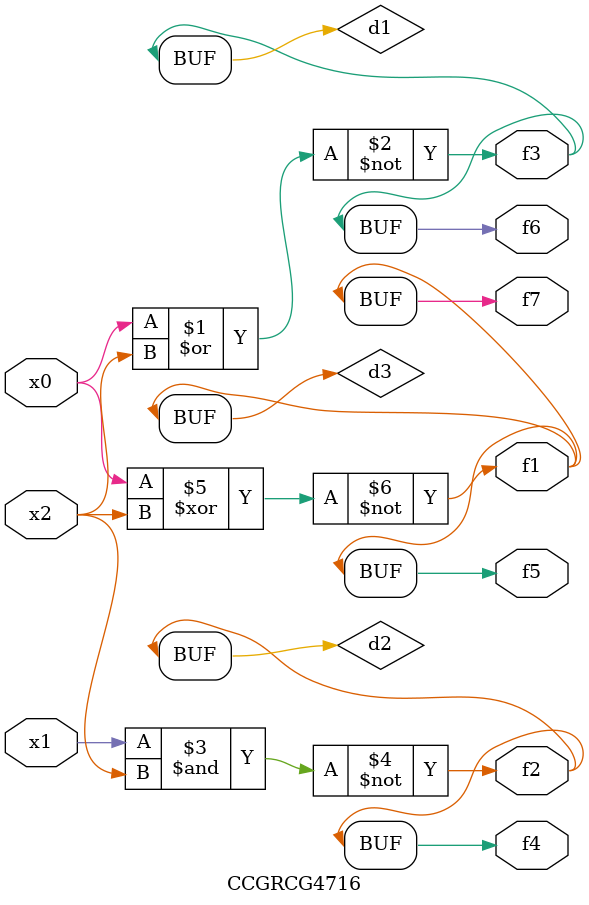
<source format=v>
module CCGRCG4716(
	input x0, x1, x2,
	output f1, f2, f3, f4, f5, f6, f7
);

	wire d1, d2, d3;

	nor (d1, x0, x2);
	nand (d2, x1, x2);
	xnor (d3, x0, x2);
	assign f1 = d3;
	assign f2 = d2;
	assign f3 = d1;
	assign f4 = d2;
	assign f5 = d3;
	assign f6 = d1;
	assign f7 = d3;
endmodule

</source>
